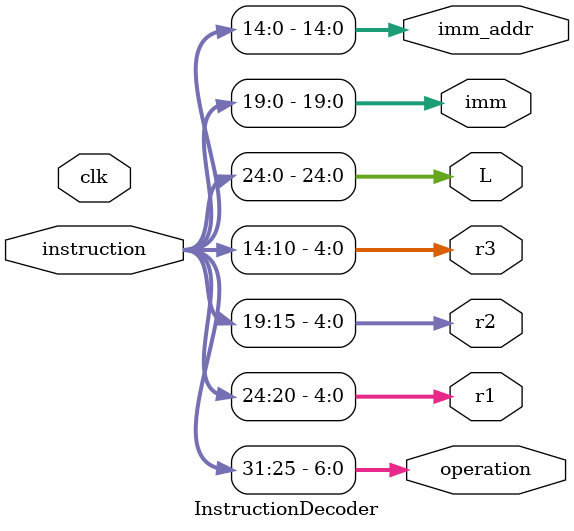
<source format=v>
`timescale 1ns / 1ps
module InstructionDecoder(
    input [31:0] instruction,
	 input clk,
	 output reg [6:0] operation,
	 output reg [4:0] r1,
	 output reg [4:0] r2, 
	 output reg [4:0] r3,
	 output reg [24:0] L,
	 output reg [19:0] imm,
	 output reg [14:0]imm_addr
	// output reg [3:0]function_code
    );
	
	//Outputs
	//first 7 bits (31 - 25) to control, basically its a wire connection [operation] {Control}
		//controller will decide which module is going to act
	// next 5 bits (24 - 20) for the register 1 [r1] |
	// next 5 bits (19 - 15) for the register 2 [r2] | -> {Registers}
	// next 5 bits (14 - 10) for the register 3 [r3] |
	// if it is afn unconditional jump, feed the bits (24 - 0) to the ALU [L] {pc incrementor}
	// immediate values in bits (19 - 0) [imm]{ALU}
	// immediate values in bits (14 - 0) [imm_addr] {ALU}
//	
//	always @ ( posedge clk ) begin
//		operation<= instruction[31:25];
//		r1<= instruction[24:20];
//		r2<= instruction[19:15];
//		r3<= instruction[14:10];
//		L<= instruction[24:0];
//		imm<= instruction[19:0];
//		imm_addr<= instruction[14:0];
//	end
	
	
	//opcode extraction
	
	
//	always @ (posedge clk)
//	begin
//		operation <= instruction[31:29];
//		function_code <= instruction[28:25];
//		if(operation == 000) // arithmetic
//		begin
//			r1<= instruction[24:20];
//			r2<= instruction[19:15];
//			r3<= 0;
//			L<= 0;
//			imm<= instruction[19:0];
//			imm_addr<= 0;
//		end
//		
//		if(operation == 001) // Logic
//		begin
//			r1<= instruction[24:20];
//			r2<= instruction[19:15];
//			r3<= 0;
//			L<= 0;
//			imm<= 0;
//			imm_addr<= 0;
//		end
//		
//		if(operation == 010) // shift
//		begin
//			r1<= instruction[24:20];
//			r2<= instruction[19:15];
//			r3<= 0;
//			L<= 0;
//			imm<= instruction[19:0];
//			imm_addr<= 0;
//		end
//		
//		if(operation == 011) // Memory
//		begin
//			r1<= instruction[24:20];
//			r2<= instruction[19:15];
//			r3<= 0;
//			L<= 0;
//			imm<= 0;
//			imm_addr<= instruction[14:0];
//		end
//		
//		if(operation == 100) // Branch
//		begin
//			r1<= instruction[24:20];
//			r2<= 0;
//			r3<= 0;
//			L<= instruction[24:0];
//			imm<= 0;
//			imm_addr<= 0;
//		end
//		
//	end

	always @ (*)
	begin
		operation<= instruction[31:25];
		r1<= instruction[24:20];
		r2<= instruction[19:15];
		r3<= instruction[14:10]; // not needed
		L<= instruction[24:0]; // jump value , branch immediate
		imm<= instruction[19:0]; // shift, addi , compi
		imm_addr<= instruction[14:0]; // in load word and store word
	end
	

endmodule

</source>
